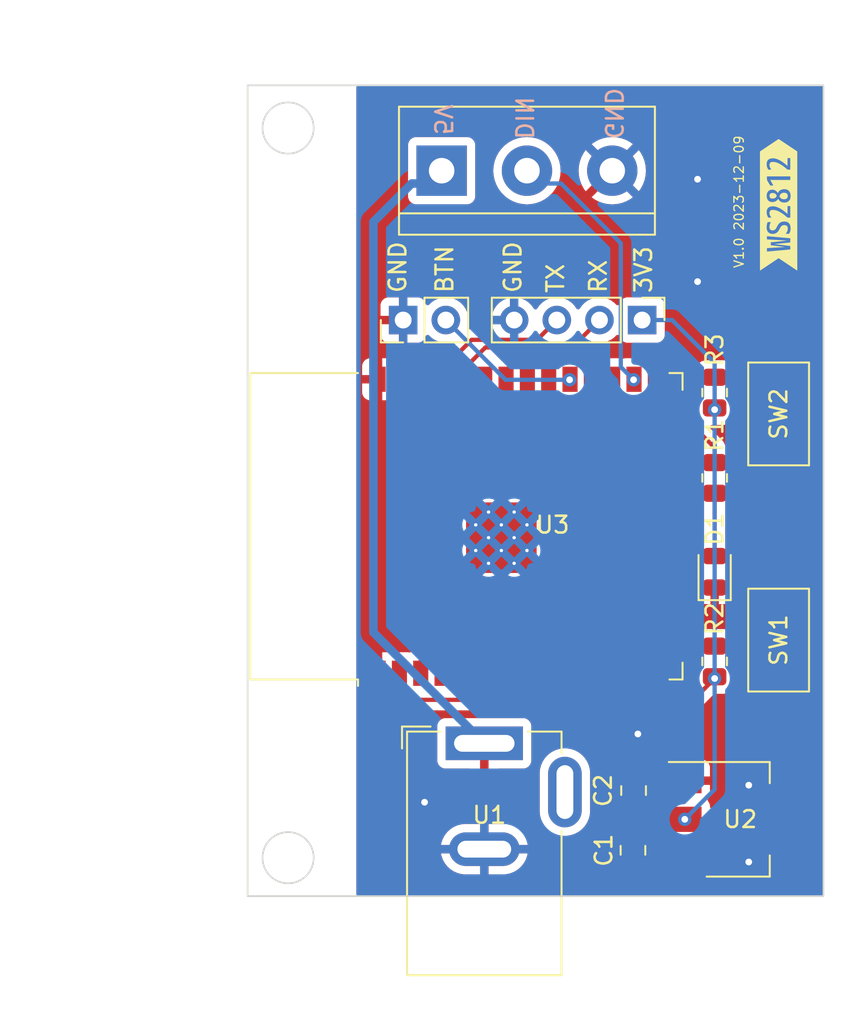
<source format=kicad_pcb>
(kicad_pcb (version 20221018) (generator pcbnew)
  (title_block (title "Cloudlight") (date "2023-12-09") (rev "V1.0") (comment 1 "https://github.com/MR-Addict") (comment 2 "Author: MR-Addict"))
  (layers (0 "F.Cu" signal) (31 "B.Cu" signal) (34 "B.Paste" user) (35 "F.Paste" user) (36 "B.SilkS" user "B.Silkscreen") (37 "F.SilkS" user "F.Silkscreen") (38 "B.Mask" user) (39 "F.Mask" user) (44 "Edge.Cuts" user))
  (net 0 "")
  (net 1 "GND")
  (net 2 "+5V")
  (net 3 "+3.3V")
  (net 4 "Net-(D1-A)")
  (net 5 "RX")
  (net 6 "TX")
  (net 7 "WS2812")
  (net 8 "LED")
  (net 9 "EN")
  (net 10 "RST")
  (net 11 "Btn")
  (footprint "Resistor_SMD:R_0805_2012Metric" (layer "F.Cu") (at 150.876 79.248 90)
    (fp_text reference "R1" (at 2.54 0 90) (layer "F.SilkS"))
    (fp_text value "1K")
    (fp_line (start -0.227064 -0.735) (end 0.227064 -0.735) (stroke (width 0.12)) (layer "F.SilkS"))
    (fp_line (start -0.227064 0.735) (end 0.227064 0.735) (stroke (width 0.12)) (layer "F.SilkS"))
    (pad "1" smd roundrect (at -0.9125 0 90) (size 1.025 1.4) (layers "F.Cu" "F.Paste" "F.Mask") (roundrect_rratio 0.243902439) (net 4 "Net-(D1-A)"))
    (pad "2" smd roundrect (at 0.9125 0 90) (size 1.025 1.4) (layers "F.Cu" "F.Paste" "F.Mask") (roundrect_rratio 0.243902439) (net 8 "LED"))
  )
  (footprint "Capacitor_SMD:C_0805_2012Metric" (layer "F.Cu") (at 146.05 97.856 -90)
    (fp_text reference "C2" (at 0 1.814 90) (layer "F.SilkS"))
    (fp_text value "10uF")
    (fp_line (start -0.261252 -0.735) (end 0.261252 -0.735) (stroke (width 0.12)) (layer "F.SilkS"))
    (fp_line (start -0.261252 0.735) (end 0.261252 0.735) (stroke (width 0.12)) (layer "F.SilkS"))
    (pad "1" smd roundrect (at -0.95 0 270) (size 1 1.45) (layers "F.Cu" "F.Paste" "F.Mask") (net 1 "GND"))
    (pad "2" smd roundrect (at 0.95 0 270) (size 1 1.45) (layers "F.Cu" "F.Paste" "F.Mask") (net 3 "+3.3V"))
  )
  (footprint "Connector_PinHeader_2.54mm:PinHeader_1x02_P2.54mm_Vertical" (layer "F.Cu") (at 132.329 69.85 90)
    (fp_text reference "J3" hide)
    (fp_text value "Conn_01x02_Pin")
    (fp_line (start -1.33 -1.33) (end 0 -1.33) (stroke (width 0.12)) (layer "F.SilkS"))
    (fp_line (start -1.33 0) (end -1.33 -1.33) (stroke (width 0.12)) (layer "F.SilkS"))
    (fp_line (start -1.33 1.27) (end -1.33 3.87) (stroke (width 0.12)) (layer "F.SilkS"))
    (fp_line (start -1.33 1.27) (end 1.33 1.27) (stroke (width 0.12)) (layer "F.SilkS"))
    (fp_line (start -1.33 3.87) (end 1.33 3.87) (stroke (width 0.12)) (layer "F.SilkS"))
    (fp_line (start 1.33 1.27) (end 1.33 3.87) (stroke (width 0.12)) (layer "F.SilkS"))
    (pad "1" thru_hole rect (at 0 0 90) (size 1.7 1.7) (drill 1) (layers "*.Cu" "*.Mask") (net 1 "GND"))
    (pad "2" thru_hole oval (at 0 2.54 90) (size 1.7 1.7) (drill 1) (layers "*.Cu" "*.Mask") (net 11 "Btn"))
  )
  (footprint "kibuzzard-65742BE8" (layer "F.Cu") (at 154.686 62.992 90)
    (fp_text reference "kibuzzard-65742BE8" hide)
    (fp_text value "G***" hide)
    (fp_poly (pts (xy 0.53721 -0.108585) (xy 0.63246 -0.162348) (xy 0.68961 -0.244898) (xy 0.70866 -0.356235) (xy 0.697944 -0.440055) (xy 0.665798 -0.501015) (xy 0.54483 -0.550545) (xy 0.412433 -0.50292) (xy 0.380286 -0.442436) (xy 0.36957 -0.356235) (xy 0.388197 -0.242358) (xy 0.444077 -0.159808) (xy 0.53721 -0.108585)) (fill solid) (layer "F.SilkS"))
    (fp_poly (pts (xy 0.512445 0.047625) (xy 0.410845 0.106468) (xy 0.349885 0.196638) (xy 0.329565 0.318135) (xy 0.342424 0.418386) (xy 0.381 0.490538) (xy 0.442913 0.534114) (xy 0.52578 0.54864) (xy 0.635847 0.523028) (xy 0.701887 0.446193) (xy 0.7239 0.318135) (xy 0.700405 0.196638) (xy 0.62992 0.106468) (xy 0.512445 0.047625)) (fill solid) (layer "F.SilkS"))
    (fp_poly (pts (xy -2.7813 -1.11125) (xy -3.178175 -1.11125) (xy -3.919008 -1.11125) (xy -3.178175 0) (xy -3.919008 1.11125) (xy -3.178175 1.11125) (xy -2.7813 1.11125) (xy -1.990725 1.11125) (xy -1.990725 0.695325) (xy -2.238375 0.695325) (xy -2.333625 -0.238125) (xy -2.33934 -0.238125) (xy -2.451735 0.695325) (xy -2.657475 0.695325) (xy -2.7813 -0.695325) (xy -2.577465 -0.695325) (xy -2.51079 0.36195) (xy -2.50698 0.36195) (xy -2.402205 -0.466725) (xy -2.23266 -0.466725) (xy -2.131695 0.4953) (xy -2.127885 0.4953) (xy -2.0574 -0.695325) (xy -1.8669 -0.695325) (xy -1.990725 0.695325) (xy -1.990725 1.11125) (xy -1.400175 1.11125) (xy -1.400175 0.714375) (xy -1.518285 0.704215) (xy -1.626235 0.673735) (xy -1.724025 0.622935) (xy -1.724025 0.424815) (xy -1.623483 0.493607) (xy -1.517438 0.534882) (xy -1.40589 0.54864) (xy -1.321117 0.535543) (xy -1.2573 0.496253) (xy -1.217295 0.431721) (xy -1.20396 0.3429) (xy -1.214199 0.258128) (xy -1.244917 0.1905) (xy -1.299448 0.134779) (xy -1.381125 0.085725) (xy -1.497859 0.024765) (xy -1.588982 -0.038735) (xy -1.654492 -0.104775) (xy -1.713786 -0.21717) (xy -1.73355 -0.352425) (xy -1.708547 -0.504825) (xy -1.633537 -0.619125) (xy -1.557443 -0.672042) (xy -1.462511 -0.703792) (xy -1.34874 -0.714375) (xy -1.237827 -0.708025) (xy -1.131147 -0.688975) (xy -1.0287 -0.657225) (xy -1.0287 -0.466725) (xy -1.175861 -0.528161) (xy -1.323975 -0.54864) (xy -1.407319 -0.536257) (xy -1.47066 -0.49911) (xy -1.510665 -0.440055) (xy -1.524 -0.36195) (xy -1.507067 -0.265218) (xy -1.456267 -0.188383) (xy -1.3716 -0.131445) (xy -1.241848 -0.06604) (xy -1.142153 0.000635) (xy -1.072515 0.06858) (xy -1.011079 0.186214) (xy -0.9906 0.333375) (xy -1.006983 0.470535) (xy -1.056132 0.577215) (xy -1.138047 0.653415) (xy -1.252728 0.699135) (xy -1.400175 0.714375) (xy -1.400175 1.11125) (xy -0.0762 1.11125) (xy -0.0762 0.695325) (xy -0.762 0.695325) (xy -0.762 0.52959) (xy -0.639691 0.387415) (xy -0.536199 0.251538) (xy -0.451524 0.121959) (xy -0.385665 -0.001322) (xy -0.338623 -0.118304) (xy -0.310398 -0.228989) (xy -0.30099 -0.333375) (xy -0.311229 -0.43053) (xy -0.341947 -0.497205) (xy -0.466725 -0.54864) (xy -0.55626 -0.536152) (xy -0.654685 -0.498687) (xy -0.762 -0.436245) (xy -0.762 -0.615315) (xy -0.65659 -0.670348) (xy -0.54356 -0.703368) (xy -0.42291 -0.714375) (xy -0.278368 -0.690801) (xy -0.172402 -0.620077) (xy -0.107394 -0.503634) (xy -0.085725 -0.3429) (xy -0.097684 -0.22225) (xy -0.133562 -0.09398) (xy -0.193357 0.04191) (xy -0.255449 0.150733) (xy -0.334089 0.267653) (xy -0.42928 0.392668) (xy -0.54102 0.52578) (xy -0.54102 0.52959) (xy -0.0762 0.52959) (xy -0.0762 0.695325) (xy -0.0762 1.11125) (xy 0.52959 1.11125) (xy 0.52959 0.714375) (xy 0.412327 0.703474) (xy 0.314537 0.670772) (xy 0.23622 0.616268) (xy 0.17907 0.541232) (xy 0.14478 0.446934) (xy 0.13335 0.333375) (xy 0.147042 0.218242) (xy 0.188119 0.120491) (xy 0.25658 0.040124) (xy 0.352425 -0.02286) (xy 0.352425 -0.024765) (xy 0.275034 -0.087154) (xy 0.214313 -0.17145) (xy 0.175022 -0.269081) (xy 0.161925 -0.371475) (xy 0.186214 -0.51435) (xy 0.25908 -0.622935) (xy 0.376238 -0.691515) (xy 0.5334 -0.714375) (xy 0.690563 -0.691753) (xy 0.80772 -0.623887) (xy 0.880586 -0.515541) (xy 0.904875 -0.371475) (xy 0.89154 -0.275987) (xy 0.851535 -0.187642) (xy 0.788194 -0.110728) (xy 0.70485 -0.04953) (xy 0.70485 -0.04572) (xy 0.801291 0.016193) (xy 0.873443 0.10287) (xy 0.918448 0.210026) (xy 0.93345 0.333375) (xy 0.921597 0.446934) (xy 0.886037 0.541232) (xy 0.82677 0.616268) (xy 0.746337 0.670772) (xy 0.647277 0.703474) (xy 0.52959 0.714375) (xy 0.52959 1.11125) (xy 1.480185 1.11125) (xy 1.480185 0.695325) (xy 1.480185 -0.4953) (xy 1.476375 -0.497205) (xy 1.148715 -0.314325) (xy 1.148715 -0.501015) (xy 1.48209 -0.695325) (xy 1.693545 -0.695325) (xy 1.693545 0.695325) (xy 1.480185 0.695325) (xy 1.480185 1.11125) (xy 2.7813 1.11125) (xy 2.7813 0.695325) (xy 2.0955 0.695325) (xy 2.0955 0.52959) (xy 2.217809 0.387415) (xy 2.321301 0.251538) (xy 2.405976 0.121959) (xy 2.471835 -0.001322) (xy 2.518877 -0.118304) (xy 2.547102 -0.228989) (xy 2.55651 -0.333375) (xy 2.546271 -0.43053) (xy 2.515553 -0.497205) (xy 2.390775 -0.54864) (xy 2.30124 -0.536152) (xy 2.202815 -0.498687) (xy 2.0955 -0.436245) (xy 2.0955 -0.615315) (xy 2.20091 -0.670348) (xy 2.31394 -0.703368) (xy 2.43459 -0.714375) (xy 2.579132 -0.690801) (xy 2.685098 -0.620077) (xy 2.750106 -0.503634) (xy 2.771775 -0.3429) (xy 2.759816 -0.22225) (xy 2.723938 -0.09398) (xy 2.664143 0.04191) (xy 2.602051 0.150733) (xy 2.523411 0.267653) (xy 2.42822 0.392668) (xy 2.31648 0.52578) (xy 2.31648 0.52959) (xy 2.7813 0.52959) (xy 2.7813 0.695325) (xy 2.7813 1.11125) (xy 3.178175 1.11125) (xy 3.919008 0) (xy 3.178175 -1.11125) (xy 2.7813 -1.11125) (xy -2.7813 -1.11125)) (fill solid) (layer "F.SilkS"))
  )
  (footprint "RF_Module:ESP32-WROOM-32" (layer "F.Cu") (at 139.085 82.125 90)
    (fp_text reference "U3" (at 0.083 2.139) (layer "F.SilkS"))
    (fp_text value "ESP32-WROOM-32")
    (fp_line (start -9.12 -15.86) (end -9.12 -9.445) (stroke (width 0.12)) (layer "F.SilkS"))
    (fp_line (start -9.12 -15.86) (end 9.12 -15.86) (stroke (width 0.12)) (layer "F.SilkS"))
    (fp_line (start -9.12 -9.445) (end -9.5 -9.445) (stroke (width 0.12)) (layer "F.SilkS"))
    (fp_line (start -9.12 9.1) (end -9.12 9.88) (stroke (width 0.12)) (layer "F.SilkS"))
    (fp_line (start -9.12 9.88) (end -8.12 9.88) (stroke (width 0.12)) (layer "F.SilkS"))
    (fp_line (start 9.12 -15.86) (end 9.12 -9.445) (stroke (width 0.12)) (layer "F.SilkS"))
    (fp_line (start 9.12 9.1) (end 9.12 9.88) (stroke (width 0.12)) (layer "F.SilkS"))
    (fp_line (start 9.12 9.88) (end 8.12 9.88) (stroke (width 0.12)) (layer "F.SilkS"))
    (pad "1" smd rect (at -8.75 -8.25 90) (size 1.5 0.9) (layers "F.Cu" "F.Paste" "F.Mask") (net 1 "GND"))
    (pad "2" smd rect (at -8.75 -6.98 90) (size 1.5 0.9) (layers "F.Cu" "F.Paste" "F.Mask") (net 3 "+3.3V"))
    (pad "3" smd rect (at -8.75 -5.71 90) (size 1.5 0.9) (layers "F.Cu" "F.Paste" "F.Mask") (net 9 "EN"))
    (pad "4" smd rect (at -8.75 -4.44 90) (size 1.5 0.9) (layers "F.Cu" "F.Paste" "F.Mask"))
    (pad "5" smd rect (at -8.75 -3.17 90) (size 1.5 0.9) (layers "F.Cu" "F.Paste" "F.Mask"))
    (pad "6" smd rect (at -8.75 -1.9 90) (size 1.5 0.9) (layers "F.Cu" "F.Paste" "F.Mask"))
    (pad "7" smd rect (at -8.75 -0.63 90) (size 1.5 0.9) (layers "F.Cu" "F.Paste" "F.Mask"))
    (pad "8" smd rect (at -8.75 0.64 90) (size 1.5 0.9) (layers "F.Cu" "F.Paste" "F.Mask"))
    (pad "9" smd rect (at -8.75 1.91 90) (size 1.5 0.9) (layers "F.Cu" "F.Paste" "F.Mask"))
    (pad "10" smd rect (at -8.75 3.18 90) (size 1.5 0.9) (layers "F.Cu" "F.Paste" "F.Mask"))
    (pad "11" smd rect (at -8.75 4.45 90) (size 1.5 0.9) (layers "F.Cu" "F.Paste" "F.Mask"))
    (pad "12" smd rect (at -8.75 5.72 90) (size 1.5 0.9) (layers "F.Cu" "F.Paste" "F.Mask"))
    (pad "13" smd rect (at -8.75 6.99 90) (size 1.5 0.9) (layers "F.Cu" "F.Paste" "F.Mask"))
    (pad "14" smd rect (at -8.75 8.26 90) (size 1.5 0.9) (layers "F.Cu" "F.Paste" "F.Mask"))
    (pad "15" smd rect (at -5.71 9.51 180) (size 1.5 0.9) (layers "F.Cu" "F.Paste" "F.Mask") (net 1 "GND"))
    (pad "16" smd rect (at -4.44 9.51 180) (size 1.5 0.9) (layers "F.Cu" "F.Paste" "F.Mask"))
    (pad "17" smd rect (at -3.17 9.51 180) (size 1.5 0.9) (layers "F.Cu" "F.Paste" "F.Mask"))
    (pad "18" smd rect (at -1.9 9.51 180) (size 1.5 0.9) (layers "F.Cu" "F.Paste" "F.Mask"))
    (pad "19" smd rect (at -0.63 9.51 180) (size 1.5 0.9) (layers "F.Cu" "F.Paste" "F.Mask"))
    (pad "20" smd rect (at 0.64 9.51 180) (size 1.5 0.9) (layers "F.Cu" "F.Paste" "F.Mask"))
    (pad "21" smd rect (at 1.91 9.51 180) (size 1.5 0.9) (layers "F.Cu" "F.Paste" "F.Mask"))
    (pad "22" smd rect (at 3.18 9.51 180) (size 1.5 0.9) (layers "F.Cu" "F.Paste" "F.Mask"))
    (pad "23" smd rect (at 4.45 9.51 180) (size 1.5 0.9) (layers "F.Cu" "F.Paste" "F.Mask"))
    (pad "24" smd rect (at 5.72 9.51 180) (size 1.5 0.9) (layers "F.Cu" "F.Paste" "F.Mask") (net 8 "LED"))
    (pad "25" smd rect (at 8.75 8.26 90) (size 1.5 0.9) (layers "F.Cu" "F.Paste" "F.Mask") (net 10 "RST"))
    (pad "26" smd rect (at 8.75 6.99 90) (size 1.5 0.9) (layers "F.Cu" "F.Paste" "F.Mask") (net 7 "WS2812"))
    (pad "27" smd rect (at 8.75 5.72 90) (size 1.5 0.9) (layers "F.Cu" "F.Paste" "F.Mask"))
    (pad "28" smd rect (at 8.75 4.45 90) (size 1.5 0.9) (layers "F.Cu" "F.Paste" "F.Mask"))
    (pad "29" smd rect (at 8.75 3.18 90) (size 1.5 0.9) (layers "F.Cu" "F.Paste" "F.Mask") (net 11 "Btn"))
    (pad "30" smd rect (at 8.75 1.91 90) (size 1.5 0.9) (layers "F.Cu" "F.Paste" "F.Mask"))
    (pad "31" smd rect (at 8.75 0.64 90) (size 1.5 0.9) (layers "F.Cu" "F.Paste" "F.Mask"))
    (pad "32" smd rect (at 8.75 -0.63 90) (size 1.5 0.9) (layers "F.Cu" "F.Paste" "F.Mask"))
    (pad "33" smd rect (at 8.75 -1.9 90) (size 1.5 0.9) (layers "F.Cu" "F.Paste" "F.Mask"))
    (pad "34" smd rect (at 8.75 -3.17 90) (size 1.5 0.9) (layers "F.Cu" "F.Paste" "F.Mask") (net 5 "RX"))
    (pad "35" smd rect (at 8.75 -4.44 90) (size 1.5 0.9) (layers "F.Cu" "F.Paste" "F.Mask") (net 6 "TX"))
    (pad "36" smd rect (at 8.75 -5.71 90) (size 1.5 0.9) (layers "F.Cu" "F.Paste" "F.Mask"))
    (pad "37" smd rect (at 8.75 -6.98 90) (size 1.5 0.9) (layers "F.Cu" "F.Paste" "F.Mask"))
    (pad "38" smd rect (at 8.75 -8.25 90) (size 1.5 0.9) (layers "F.Cu" "F.Paste" "F.Mask") (net 1 "GND"))
    (pad "39" smd rect (at -2.205 -2.435 90) (size 1.05 1.05) (layers "F.Cu" "F.Paste") (net 1 "GND"))
    (pad "39" thru_hole circle (at -2.205 -1.6725 90) (size 0.6 0.6) (drill 0.2) (property pad_prop_heatsink) (layers "*.Cu" "F.Mask") (net 1 "GND"))
    (pad "39" smd rect (at -2.205 -0.91 90) (size 1.05 1.05) (layers "F.Cu" "F.Paste") (net 1 "GND"))
    (pad "39" thru_hole circle (at -2.205 -0.1475 90) (size 0.6 0.6) (drill 0.2) (property pad_prop_heatsink) (layers "*.Cu" "F.Mask") (net 1 "GND"))
    (pad "39" smd rect (at -2.205 0.615 90) (size 1.05 1.05) (layers "F.Cu" "F.Paste") (net 1 "GND"))
    (pad "39" thru_hole circle (at -1.4425 -2.435 90) (size 0.6 0.6) (drill 0.2) (property pad_prop_heatsink) (layers "*.Cu" "F.Mask") (net 1 "GND"))
    (pad "39" thru_hole circle (at -1.4425 -0.91 90) (size 0.6 0.6) (drill 0.2) (property pad_prop_heatsink) (layers "*.Cu" "F.Mask") (net 1 "GND"))
    (pad "39" thru_hole circle (at -1.4425 0.615 90) (size 0.6 0.6) (drill 0.2) (property pad_prop_heatsink) (layers "*.Cu" "F.Mask") (net 1 "GND"))
    (pad "39" smd rect (at -0.68 -2.435 90) (size 1.05 1.05) (layers "F.Cu" "F.Paste") (net 1 "GND"))
    (pad "39" thru_hole circle (at -0.68 -1.6725 90) (size 0.6 0.6) (drill 0.2) (property pad_prop_heatsink) (layers "*.Cu" "F.Mask") (net 1 "GND"))
    (pad "39" smd rect (at -0.68 -0.91 90) (size 1.05 1.05) (layers "F.Cu" "F.Paste") (net 1 "GND"))
    (pad "39" smd rect (at -0.68 -0.91 90) (size 4.2 4.2) (layers "F.Cu" "F.Mask") (net 1 "GND"))
    (pad "39" thru_hole circle (at -0.68 -0.1475 90) (size 0.6 0.6) (drill 0.2) (property pad_prop_heatsink) (layers "*.Cu" "F.Mask") (net 1 "GND"))
    (pad "39" smd rect (at -0.68 0.615 90) (size 1.05 1.05) (layers "F.Cu" "F.Paste") (net 1 "GND"))
    (pad "39" thru_hole circle (at 0.0825 -2.435 90) (size 0.6 0.6) (drill 0.2) (property pad_prop_heatsink) (layers "*.Cu" "F.Mask") (net 1 "GND"))
    (pad "39" thru_hole circle (at 0.0825 -0.91 90) (size 0.6 0.6) (drill 0.2) (property pad_prop_heatsink) (layers "*.Cu" "F.Mask") (net 1 "GND"))
    (pad "39" thru_hole circle (at 0.0825 0.615 90) (size 0.6 0.6) (drill 0.2) (property pad_prop_heatsink) (layers "*.Cu" "F.Mask") (net 1 "GND"))
    (pad "39" smd rect (at 0.845 -2.435 90) (size 1.05 1.05) (layers "F.Cu" "F.Paste") (net 1 "GND"))
    (pad "39" thru_hole circle (at 0.845 -1.6725 90) (size 0.6 0.6) (drill 0.2) (property pad_prop_heatsink) (layers "*.Cu" "F.Mask") (net 1 "GND"))
    (pad "39" smd rect (at 0.845 -0.91 90) (size 1.05 1.05) (layers "F.Cu" "F.Paste") (net 1 "GND"))
    (pad "39" thru_hole circle (at 0.845 -0.1475 90) (size 0.6 0.6) (drill 0.2) (property pad_prop_heatsink) (layers "*.Cu" "F.Mask") (net 1 "GND"))
    (pad "39" smd rect (at 0.845 0.615 90) (size 1.05 1.05) (layers "F.Cu" "F.Paste") (net 1 "GND"))
    (zone (net 0) (net_name "") (layers "F.Cu" "In1.Cu" "B.Cu") (connect_pads (clearance 0)) (min_thickness 0.254)
      (keepout (tracks not_allowed) (vias not_allowed) (pads not_allowed) (copperpour not_allowed) (footprints not_allowed))
      (fill (thermal_gap 0.508) (thermal_bridge_width 0.508))
      (polygon (pts (xy 129.285 106.125) (xy 129.285 58.125) (xy 108.345 58.125) (xy 108.345 106.125)))
    )
  )
  (footprint "Connector_PinHeader_2.54mm:PinHeader_1x04_P2.54mm_Vertical" (layer "F.Cu") (at 146.558 69.85 -90)
    (fp_text reference "J1" hide)
    (fp_text value "Conn_01x04_Pin")
    (fp_line (start -1.33 -1.33) (end 0 -1.33) (stroke (width 0.12)) (layer "F.SilkS"))
    (fp_line (start -1.33 0) (end -1.33 -1.33) (stroke (width 0.12)) (layer "F.SilkS"))
    (fp_line (start -1.33 1.27) (end -1.33 8.95) (stroke (width 0.12)) (layer "F.SilkS"))
    (fp_line (start -1.33 1.27) (end 1.33 1.27) (stroke (width 0.12)) (layer "F.SilkS"))
    (fp_line (start -1.33 8.95) (end 1.33 8.95) (stroke (width 0.12)) (layer "F.SilkS"))
    (fp_line (start 1.33 1.27) (end 1.33 8.95) (stroke (width 0.12)) (layer "F.SilkS"))
    (pad "1" thru_hole rect (at 0 0 270) (size 1.7 1.7) (drill 1) (layers "*.Cu" "*.Mask") (net 3 "+3.3V"))
    (pad "2" thru_hole oval (at 0 2.54 270) (size 1.7 1.7) (drill 1) (layers "*.Cu" "*.Mask") (net 5 "RX"))
    (pad "3" thru_hole oval (at 0 5.08 270) (size 1.7 1.7) (drill 1) (layers "*.Cu" "*.Mask") (net 6 "TX"))
    (pad "4" thru_hole oval (at 0 7.62 270) (size 1.7 1.7) (drill 1) (layers "*.Cu" "*.Mask") (net 1 "GND"))
  )
  (footprint "TerminalBlock:TerminalBlock_bornier-3_P5.08mm" (layer "F.Cu") (at 134.62 60.96)
    (fp_text reference "J2" hide)
    (fp_text value "Screw_Terminal_01x03")
    (fp_line (start -2.54 -3.81) (end 12.7 -3.81) (stroke (width 0.12)) (layer "F.SilkS"))
    (fp_line (start -2.54 2.54) (end 12.7 2.54) (stroke (width 0.12)) (layer "F.SilkS"))
    (fp_line (start -2.54 3.81) (end -2.54 -3.81) (stroke (width 0.12)) (layer "F.SilkS"))
    (fp_line (start -2.54 3.81) (end 12.7 3.81) (stroke (width 0.12)) (layer "F.SilkS"))
    (fp_line (start 12.7 3.81) (end 12.7 -3.81) (stroke (width 0.12)) (layer "F.SilkS"))
    (pad "1" thru_hole rect (at 0 0) (size 3 3) (drill 1.52) (layers "*.Cu" "*.Mask") (net 2 "+5V"))
    (pad "2" thru_hole circle (at 5.08 0) (size 3 3) (drill 1.52) (layers "*.Cu" "*.Mask") (net 7 "WS2812"))
    (pad "3" thru_hole circle (at 10.16 0) (size 3 3) (drill 1.52) (layers "*.Cu" "*.Mask") (net 1 "GND"))
  )
  (footprint "Resistor_SMD:R_0805_2012Metric" (layer "F.Cu") (at 150.876 74.168 90)
    (fp_text reference "R3" (at 2.54 0 90) (layer "F.SilkS"))
    (fp_text value "10K")
    (fp_line (start -0.227064 -0.735) (end 0.227064 -0.735) (stroke (width 0.12)) (layer "F.SilkS"))
    (fp_line (start -0.227064 0.735) (end 0.227064 0.735) (stroke (width 0.12)) (layer "F.SilkS"))
    (pad "1" smd roundrect (at -0.9125 0 90) (size 1.025 1.4) (layers "F.Cu" "F.Paste" "F.Mask") (roundrect_rratio 0.243902439) (net 3 "+3.3V"))
    (pad "2" smd roundrect (at 0.9125 0 90) (size 1.025 1.4) (layers "F.Cu" "F.Paste" "F.Mask") (roundrect_rratio 0.243902439) (net 10 "RST"))
  )
  (footprint "custom:DC005" (layer "F.Cu") (at 137.46 101.546)
    (fp_text reference "U1" (at 0 -2.232 unlocked) (layer "F.SilkS"))
    (fp_text value "DC005")
    (fp_line (start -5.2 -7.5) (end -5.2 -6.2) (stroke (width 0.12)) (layer "F.SilkS"))
    (fp_line (start -4.9 -7.2) (end -2.9 -7.2) (stroke (width 0.12)) (layer "F.SilkS"))
    (fp_line (start -4.9 7.3) (end -4.9 -7.2) (stroke (width 0.12)) (layer "F.SilkS"))
    (fp_line (start -3.5 -7.5) (end -5.2 -7.5) (stroke (width 0.12)) (layer "F.SilkS"))
    (fp_line (start 2.3 -7.2) (end 4.3 -7.2) (stroke (width 0.12)) (layer "F.SilkS"))
    (fp_line (start 4.3 -7.2) (end 4.3 -5.9) (stroke (width 0.12)) (layer "F.SilkS"))
    (fp_line (start 4.3 -1.3) (end 4.3 7.3) (stroke (width 0.12)) (layer "F.SilkS"))
    (fp_line (start 4.3 7.3) (end -4.9 7.3) (stroke (width 0.12)) (layer "F.SilkS"))
    (pad "1" thru_hole rect (at -0.3 -6.5) (size 4.6 2) (drill oval 3.6 1) (layers "*.Cu" "*.Mask") (net 2 "+5V"))
    (pad "2" thru_hole oval (at 4.5 -3.6) (size 2 4.2) (drill oval 1 3.2) (layers "*.Cu" "*.Mask"))
    (pad "3" thru_hole oval (at -0.3 -0.2) (size 4.2 2) (drill oval 3.2 1) (layers "*.Cu" "*.Mask") (net 1 "GND"))
  )
  (footprint "Package_TO_SOT_SMD:SOT-223-3_TabPin2" (layer "F.Cu") (at 152.248 99.568)
    (fp_text reference "U2" (at 0.152 0 180) (layer "F.SilkS"))
    (fp_text value "AMS1117-3.3")
    (fp_line (start -4.1 -3.41) (end 1.91 -3.41) (stroke (width 0.12)) (layer "F.SilkS"))
    (fp_line (start -1.85 3.41) (end 1.91 3.41) (stroke (width 0.12)) (layer "F.SilkS"))
    (fp_line (start 1.91 -3.41) (end 1.91 -2.15) (stroke (width 0.12)) (layer "F.SilkS"))
    (fp_line (start 1.91 3.41) (end 1.91 2.15) (stroke (width 0.12)) (layer "F.SilkS"))
    (pad "1" smd rect (at -3.15 -2.3) (size 2 1.5) (layers "F.Cu" "F.Paste" "F.Mask") (net 1 "GND"))
    (pad "2" smd rect (at -3.15 0) (size 2 1.5) (layers "F.Cu" "F.Paste" "F.Mask") (net 3 "+3.3V"))
    (pad "2" smd rect (at 3.15 0) (size 2 3.8) (layers "F.Cu" "F.Paste" "F.Mask") (net 3 "+3.3V"))
    (pad "3" smd rect (at -3.15 2.3) (size 2 1.5) (layers "F.Cu" "F.Paste" "F.Mask") (net 2 "+5V"))
  )
  (footprint "LED_SMD:LED_0805_2012Metric" (layer "F.Cu") (at 150.876 84.836 90)
    (fp_text reference "D1" (at 2.54 0 90) (layer "F.SilkS"))
    (fp_text value "LED")
    (fp_line (start -1.685 -0.96) (end -1.685 0.96) (stroke (width 0.12)) (layer "F.SilkS"))
    (fp_line (start -1.685 0.96) (end 1 0.96) (stroke (width 0.12)) (layer "F.SilkS"))
    (fp_line (start 1 -0.96) (end -1.685 -0.96) (stroke (width 0.12)) (layer "F.SilkS"))
    (pad "1" smd roundrect (at -0.9375 0 90) (size 0.975 1.4) (layers "F.Cu" "F.Paste" "F.Mask") (net 1 "GND"))
    (pad "2" smd roundrect (at 0.9375 0 90) (size 0.975 1.4) (layers "F.Cu" "F.Paste" "F.Mask") (net 4 "Net-(D1-A)"))
  )
  (footprint "Capacitor_SMD:C_0805_2012Metric" (layer "F.Cu") (at 146.014 101.412 -90)
    (fp_text reference "C1" (at 0 1.742 90) (layer "F.SilkS"))
    (fp_text value "100uF")
    (fp_line (start -0.261252 -0.735) (end 0.261252 -0.735) (stroke (width 0.12)) (layer "F.SilkS"))
    (fp_line (start -0.261252 0.735) (end 0.261252 0.735) (stroke (width 0.12)) (layer "F.SilkS"))
    (pad "1" smd roundrect (at -0.95 0 270) (size 1 1.45) (layers "F.Cu" "F.Paste" "F.Mask") (net 1 "GND"))
    (pad "2" smd roundrect (at 0.95 0 270) (size 1 1.45) (layers "F.Cu" "F.Paste" "F.Mask") (net 2 "+5V"))
  )
  (footprint "Resistor_SMD:R_0805_2012Metric" (layer "F.Cu") (at 150.876 90.17 90)
    (fp_text reference "R2" (at 2.54 0 90) (layer "F.SilkS"))
    (fp_text value "10K")
    (fp_line (start -0.227064 -0.735) (end 0.227064 -0.735) (stroke (width 0.12)) (layer "F.SilkS"))
    (fp_line (start -0.227064 0.735) (end 0.227064 0.735) (stroke (width 0.12)) (layer "F.SilkS"))
    (pad "1" smd roundrect (at -0.9125 0 90) (size 1.025 1.4) (layers "F.Cu" "F.Paste" "F.Mask") (roundrect_rratio 0.243902439) (net 3 "+3.3V"))
    (pad "2" smd roundrect (at 0.9125 0 90) (size 1.025 1.4) (layers "F.Cu" "F.Paste" "F.Mask") (roundrect_rratio 0.243902439) (net 9 "EN"))
  )
  (footprint "Button_Switch_SMD:SW_SPST_FSMSM" (layer "F.Cu") (at 154.686 88.9 -90)
    (fp_text reference "SW1" (at 0 0 90) (layer "F.SilkS"))
    (fp_text value "SW_Push_EN")
    (fp_line (start -3.06 -1.81) (end 3.06 -1.81) (stroke (width 0.12)) (layer "F.SilkS"))
    (fp_line (start -3.06 1.81) (end -3.06 -1.81) (stroke (width 0.12)) (layer "F.SilkS"))
    (fp_line (start 3.06 -1.81) (end 3.06 1.81) (stroke (width 0.12)) (layer "F.SilkS"))
    (fp_line (start 3.06 1.81) (end -3.06 1.81) (stroke (width 0.12)) (layer "F.SilkS"))
    (pad "1" smd rect (at -4.59 0 270) (size 2.18 1.6) (layers "F.Cu" "F.Paste" "F.Mask") (net 1 "GND"))
    (pad "2" smd rect (at 4.59 0 270) (size 2.18 1.6) (layers "F.Cu" "F.Paste" "F.Mask") (net 9 "EN"))
  )
  (footprint "Button_Switch_SMD:SW_SPST_FSMSM" (layer "F.Cu") (at 154.686 75.438 90)
    (fp_text reference "SW2" (at 0 0 90) (layer "F.SilkS"))
    (fp_text value "SW_Push_RST")
    (fp_line (start -3.06 -1.81) (end 3.06 -1.81) (stroke (width 0.12)) (layer "F.SilkS"))
    (fp_line (start -3.06 1.81) (end -3.06 -1.81) (stroke (width 0.12)) (layer "F.SilkS"))
    (fp_line (start 3.06 -1.81) (end 3.06 1.81) (stroke (width 0.12)) (layer "F.SilkS"))
    (fp_line (start 3.06 1.81) (end -3.06 1.81) (stroke (width 0.12)) (layer "F.SilkS"))
    (pad "1" smd rect (at -4.59 0 90) (size 2.18 1.6) (layers "F.Cu" "F.Paste" "F.Mask") (net 1 "GND"))
    (pad "2" smd rect (at 4.59 0 90) (size 2.18 1.6) (layers "F.Cu" "F.Paste" "F.Mask") (net 10 "RST"))
  )
  (gr_circle (center 125.476 58.42) (end 127 58.42) (stroke (width 0.1)) (fill none) (layer "Edge.Cuts"))
  (gr_rect (start 123.063 55.88) (end 157.353 104.14) (stroke (width 0.1)) (fill none) (layer "Edge.Cuts"))
  (gr_circle (center 125.476 101.854) (end 127 101.854) (stroke (width 0.1)) (fill none) (layer "Edge.Cuts"))
  (gr_text "5V" (at 134.112 58.928 -90) (layer "B.SilkS") (effects (font (size 1 1)) (justify left bottom mirror)))
  (gr_text "DIN" (at 138.938 59.182 -90) (layer "B.SilkS") (effects (font (size 1 1)) (justify left bottom mirror)))
  (gr_text "GND" (at 144.272 59.182 -90) (layer "B.SilkS") (effects (font (size 1 1)) (justify left bottom mirror)))
  (gr_text "BTN" (at 135.382 68.326 90) (layer "F.SilkS") (effects (font (size 1 1)) (justify left bottom)))
  (gr_text "TX" (at 141.986 68.326 90) (layer "F.SilkS") (effects (font (size 1 1)) (justify left bottom)))
  (gr_text "GND" (at 139.446 68.326 90) (layer "F.SilkS") (effects (font (size 1 1)) (justify left bottom)))
  (gr_text "RX" (at 144.526 68.326 90) (layer "F.SilkS") (effects (font (size 1 1)) (justify left bottom)))
  (gr_text "3V3" (at 147.223 68.326 90) (layer "F.SilkS") (effects (font (size 1 1)) (justify left bottom)))
  (gr_text "V1.0 2023-12-09" (at 152.654 66.802 90) (layer "F.SilkS") (effects (font (size 0.5588 0.5588) (thickness 0.08001)) (justify left bottom)))
  (gr_text "GND" (at 132.588 68.326 90) (layer "F.SilkS") (effects (font (size 1 1)) (justify left bottom)))
  (via (at 152.908 102.108) (size 0.8) (drill 0.4) (layers "F.Cu" "B.Cu") (net 1))
  (via (at 149.86 67.564) (size 0.8) (drill 0.4) (layers "F.Cu" "B.Cu") (net 1))
  (via (at 152.908 97.536) (size 0.8) (drill 0.4) (layers "F.Cu" "B.Cu") (net 1))
  (via (at 133.604 98.552) (size 0.8) (drill 0.4) (layers "F.Cu" "B.Cu") (net 1))
  (via (at 149.86 61.468) (size 0.8) (drill 0.4) (layers "F.Cu" "B.Cu") (net 1))
  (via (at 146.304 94.488) (size 0.8) (drill 0.4) (layers "F.Cu" "B.Cu") (net 1))
  (segment (start 146.014 102.362) (end 148.604 102.362) (width 0.508) (layer "F.Cu") (net 2))
  (segment (start 146.014 102.362) (end 142.24 102.362) (width 0.508) (layer "F.Cu") (net 2))
  (segment (start 142.24 102.362) (end 137.16 97.282) (width 0.508) (layer "F.Cu") (net 2))
  (segment (start 148.604 102.362) (end 149.098 101.868) (width 0.508) (layer "F.Cu") (net 2))
  (segment (start 137.16 97.282) (end 137.16 95.046) (width 0.508) (layer "F.Cu") (net 2))
  (segment (start 130.556 64.008) (end 130.556 88.442) (width 0.508) (layer "B.Cu") (net 2))
  (segment (start 134.62 61.722) (end 132.842 61.722) (width 0.508) (layer "B.Cu") (net 2))
  (segment (start 132.842 61.722) (end 130.556 64.008) (width 0.508) (layer "B.Cu") (net 2))
  (segment (start 130.556 88.442) (end 137.16 95.046) (width 0.508) (layer "B.Cu") (net 2))
  (segment (start 147.066 98.806) (end 147.828 99.568) (width 0.254) (layer "F.Cu") (net 3))
  (segment (start 149.098 99.568) (end 155.398 99.568) (width 0.254) (layer "F.Cu") (net 3))
  (segment (start 146.05 98.806) (end 147.066 98.806) (width 0.254) (layer "F.Cu") (net 3))
  (segment (start 149.606 92.456) (end 150.876 91.186) (width 0.254) (layer "F.Cu") (net 3))
  (segment (start 132.682 92.456) (end 149.606 92.456) (width 0.254) (layer "F.Cu") (net 3))
  (segment (start 147.828 99.568) (end 149.098 99.568) (width 0.254) (layer "F.Cu") (net 3))
  (segment (start 132.105 91.879) (end 132.682 92.456) (width 0.254) (layer "F.Cu") (net 3))
  (segment (start 132.105 90.875) (end 132.105 91.879) (width 0.254) (layer "F.Cu") (net 3))
  (via (at 149.098 99.568) (size 0.8) (drill 0.4) (layers "F.Cu" "B.Cu") (net 3))
  (via (at 150.876 75.184) (size 0.8) (drill 0.4) (layers "F.Cu" "B.Cu") (net 3))
  (via (at 150.876 91.186) (size 0.8) (drill 0.4) (layers "F.Cu" "B.Cu") (net 3))
  (segment (start 149.098 99.568) (end 150.876 97.79) (width 0.254) (layer "B.Cu") (net 3))
  (segment (start 150.876 91.186) (end 150.876 75.184) (width 0.254) (layer "B.Cu") (net 3))
  (segment (start 148.336 69.85) (end 150.876 72.39) (width 0.254) (layer "B.Cu") (net 3))
  (segment (start 146.558 69.85) (end 148.336 69.85) (width 0.254) (layer "B.Cu") (net 3))
  (segment (start 150.876 72.39) (end 150.876 75.184) (width 0.254) (layer "B.Cu") (net 3))
  (segment (start 150.876 97.79) (end 150.876 91.186) (width 0.254) (layer "B.Cu") (net 3))
  (segment (start 150.876 80.1605) (end 150.876 83.8985) (width 0.254) (layer "F.Cu") (net 4))
  (segment (start 135.915 72.791) (end 137.225 71.481) (width 0.254) (layer "F.Cu") (net 5))
  (segment (start 135.915 73.375) (end 135.915 72.791) (width 0.254) (layer "F.Cu") (net 5))
  (segment (start 142.387 71.481) (end 144.018 69.85) (width 0.254) (layer "F.Cu") (net 5))
  (segment (start 137.225 71.481) (end 142.387 71.481) (width 0.254) (layer "F.Cu") (net 5))
  (segment (start 134.645 73.375) (end 134.645 72.791) (width 0.254) (layer "F.Cu") (net 6))
  (segment (start 134.645 72.791) (end 136.409 71.027) (width 0.254) (layer "F.Cu") (net 6))
  (segment (start 136.409 71.027) (end 140.301 71.027) (width 0.254) (layer "F.Cu") (net 6))
  (segment (start 140.301 71.027) (end 141.478 69.85) (width 0.254) (layer "F.Cu") (net 6))
  (via (at 146.05 73.406) (size 0.8) (drill 0.4) (layers "F.Cu" "B.Cu") (net 7))
  (segment (start 145.288 65.278) (end 145.288 72.644) (width 0.254) (layer "B.Cu") (net 7))
  (segment (start 141.732 61.722) (end 145.288 65.278) (width 0.254) (layer "B.Cu") (net 7))
  (segment (start 139.7 61.722) (end 141.732 61.722) (width 0.254) (layer "B.Cu") (net 7))
  (segment (start 145.288 72.644) (end 146.05 73.406) (width 0.254) (layer "B.Cu") (net 7))
  (segment (start 149.832 76.405) (end 150.876 77.449) (width 0.254) (layer "F.Cu") (net 8))
  (segment (start 148.595 76.405) (end 149.832 76.405) (width 0.254) (layer "F.Cu") (net 8))
  (segment (start 150.876 77.449) (end 150.876 78.3355) (width 0.254) (layer "F.Cu") (net 8))
  (segment (start 133.375 90.875) (end 133.375 89.871) (width 0.254) (layer "F.Cu") (net 9))
  (segment (start 150.876 89.2575) (end 152.2495 89.2575) (width 0.254) (layer "F.Cu") (net 9))
  (segment (start 154.686 91.694) (end 154.686 93.49) (width 0.254) (layer "F.Cu") (net 9))
  (segment (start 133.9885 89.2575) (end 150.876 89.2575) (width 0.254) (layer "F.Cu") (net 9))
  (segment (start 133.375 89.871) (end 133.9885 89.2575) (width 0.254) (layer "F.Cu") (net 9))
  (segment (start 152.2495 89.2575) (end 154.686 91.694) (width 0.254) (layer "F.Cu") (net 9))
  (segment (start 147.345 73.375) (end 150.7565 73.375) (width 0.254) (layer "F.Cu") (net 10))
  (segment (start 154.686 72.136) (end 154.686 70.848) (width 0.254) (layer "F.Cu") (net 10))
  (segment (start 150.876 73.2555) (end 153.5665 73.2555) (width 0.254) (layer "F.Cu") (net 10))
  (segment (start 150.7565 73.375) (end 150.876 73.2555) (width 0.254) (layer "F.Cu") (net 10))
  (segment (start 153.5665 73.2555) (end 154.686 72.136) (width 0.254) (layer "F.Cu") (net 10))
  (via (at 142.24 73.406) (size 0.8) (drill 0.4) (layers "F.Cu" "B.Cu") (net 11))
  (segment (start 138.425 73.406) (end 142.24 73.406) (width 0.254) (layer "B.Cu") (net 11))
  (segment (start 134.869 69.85) (end 138.425 73.406) (width 0.254) (layer "B.Cu") (net 11))
  (zone (net 1) (net_name "GND") (layer "F.Cu") (connect_pads (clearance 0.5)) (min_thickness 0.25) (fill yes (thermal_gap 0.5) (thermal_bridge_width 0.5))
    (polygon (pts (xy 129.54 53.34) (xy 160.02 53.34) (xy 160.02 106.68) (xy 129.54 106.68)))
  )
  (zone (net 1) (net_name "GND") (layer "B.Cu") (priority 1) (connect_pads (clearance 0.5)) (min_thickness 0.25) (fill yes (thermal_gap 0.5) (thermal_bridge_width 0.5))
    (polygon (pts (xy 129.54 50.8) (xy 160.02 50.8) (xy 160.02 111.76) (xy 129.54 111.76)))
  )
)
</source>
